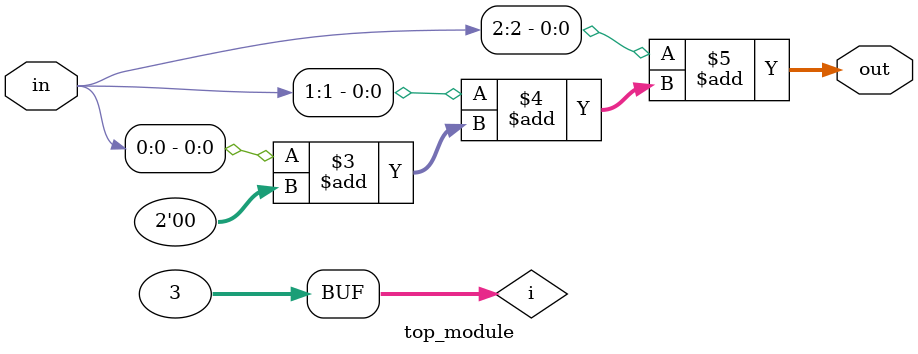
<source format=v>
module top_module( 
    input [2:0] in,
    output reg  [1:0] out );
    integer i;
    always@(*)
        begin
            out=0;
            for(i=0;i<$bits(in);i++)
                out= in[i] + out;
        end
    

endmodule

</source>
